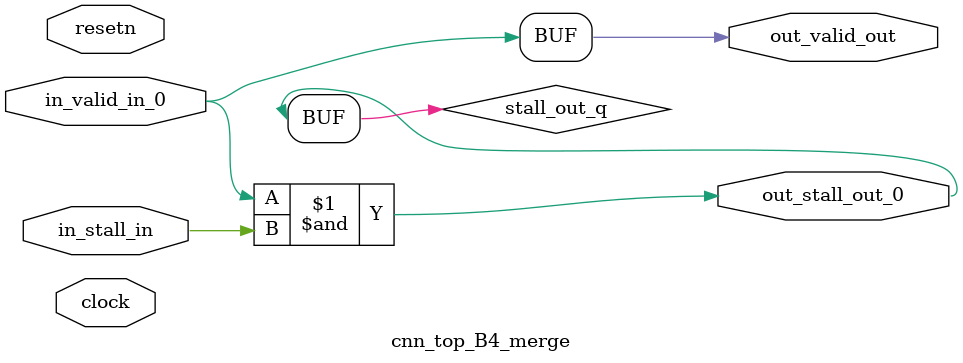
<source format=sv>



(* altera_attribute = "-name AUTO_SHIFT_REGISTER_RECOGNITION OFF; -name MESSAGE_DISABLE 10036; -name MESSAGE_DISABLE 10037; -name MESSAGE_DISABLE 14130; -name MESSAGE_DISABLE 14320; -name MESSAGE_DISABLE 15400; -name MESSAGE_DISABLE 14130; -name MESSAGE_DISABLE 10036; -name MESSAGE_DISABLE 12020; -name MESSAGE_DISABLE 12030; -name MESSAGE_DISABLE 12010; -name MESSAGE_DISABLE 12110; -name MESSAGE_DISABLE 14320; -name MESSAGE_DISABLE 13410; -name MESSAGE_DISABLE 113007; -name MESSAGE_DISABLE 10958" *)
module cnn_top_B4_merge (
    input wire [0:0] in_stall_in,
    input wire [0:0] in_valid_in_0,
    output wire [0:0] out_stall_out_0,
    output wire [0:0] out_valid_out,
    input wire clock,
    input wire resetn
    );

    wire [0:0] stall_out_q;


    // stall_out(LOGICAL,6)
    assign stall_out_q = in_valid_in_0 & in_stall_in;

    // out_stall_out_0(GPOUT,4)
    assign out_stall_out_0 = stall_out_q;

    // out_valid_out(GPOUT,5)
    assign out_valid_out = in_valid_in_0;

endmodule

</source>
